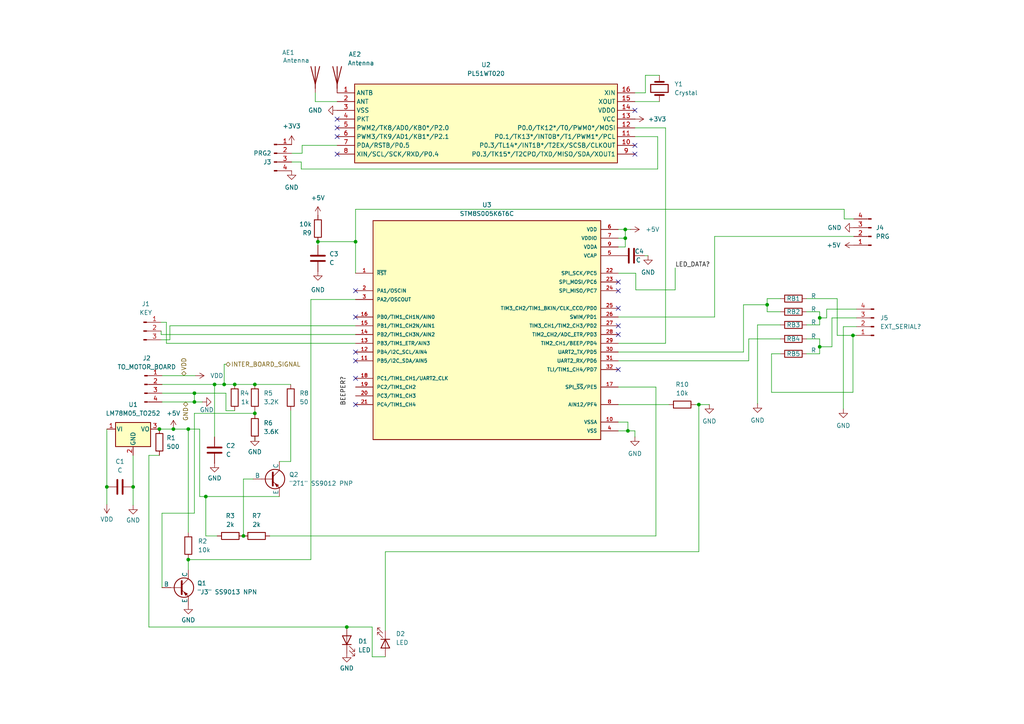
<source format=kicad_sch>
(kicad_sch (version 20231120) (generator "eeschema") (generator_version "8.0")
  (paper "A4")
  (lib_symbols
    (symbol "Connector:Conn_01x03_Pin" (pin_names (offset 1.016) hide)
      (property "Reference" "J" (at 0 5.08 0))
      (property "Value" "Conn_01x03_Pin" (at 0 -5.08 0))
      (symbol "Conn_01x03_Pin_1_1"
        (polyline (pts (xy 1.27 -2.54) (xy 0.8636 -2.54)) (stroke (width 0.1524)))
        (polyline (pts (xy 1.27 0) (xy 0.8636 0)) (stroke (width 0.1524)))
        (polyline (pts (xy 1.27 2.54) (xy 0.8636 2.54)) (stroke (width 0.1524)))
        (rectangle (start 0.8636 -2.413) (end 0 -2.667) (stroke (width 0.1524)) (fill (type outline)))
        (rectangle (start 0.8636 0.127) (end 0 -0.127) (stroke (width 0.1524)) (fill (type outline)))
        (rectangle (start 0.8636 2.667) (end 0 2.413) (stroke (width 0.1524)) (fill (type outline)))
        (pin passive line (at 5.08 2.54 180) (length 3.81) (name "Pin_1") (number "1"))
        (pin passive line (at 5.08 0 180) (length 3.81) (name "Pin_2") (number "2"))
        (pin passive line (at 5.08 -2.54 180) (length 3.81) (name "Pin_3") (number "3"))
      )
    )
    (symbol "Connector:Conn_01x04_Pin" (pin_names (offset 1.016) hide)
      (property "Reference" "J" (at 0 5.08 0))
      (property "Value" "Conn_01x04_Pin" (at 0 -7.62 0))
      (symbol "Conn_01x04_Pin_1_1"
        (polyline (pts (xy 1.27 -5.08) (xy 0.8636 -5.08)) (stroke (width 0.1524)))
        (polyline (pts (xy 1.27 -2.54) (xy 0.8636 -2.54)) (stroke (width 0.1524)))
        (polyline (pts (xy 1.27 0) (xy 0.8636 0)) (stroke (width 0.1524)))
        (polyline (pts (xy 1.27 2.54) (xy 0.8636 2.54)) (stroke (width 0.1524)))
        (rectangle (start 0.8636 -4.953) (end 0 -5.207) (stroke (width 0.1524)) (fill (type outline)))
        (rectangle (start 0.8636 -2.413) (end 0 -2.667) (stroke (width 0.1524)) (fill (type outline)))
        (rectangle (start 0.8636 0.127) (end 0 -0.127) (stroke (width 0.1524)) (fill (type outline)))
        (rectangle (start 0.8636 2.667) (end 0 2.413) (stroke (width 0.1524)) (fill (type outline)))
        (pin passive line (at 5.08 2.54 180) (length 3.81) (name "Pin_1") (number "1"))
        (pin passive line (at 5.08 0 180) (length 3.81) (name "Pin_2") (number "2"))
        (pin passive line (at 5.08 -2.54 180) (length 3.81) (name "Pin_3") (number "3"))
        (pin passive line (at 5.08 -5.08 180) (length 3.81) (name "Pin_4") (number "4"))
      )
    )
    (symbol "Device:Antenna" (pin_numbers hide) (pin_names (offset 1.016) hide)
      (property "Reference" "AE" (at -1.905 1.905 0))
      (property "Value" "Antenna" (at -1.905 0 0))
      (symbol "Antenna_0_1"
        (polyline (pts (xy 0 2.54) (xy 0 -3.81)) (stroke (width 0.254)))
        (polyline (pts (xy 1.27 2.54) (xy 0 -2.54) (xy -1.27 2.54)) (stroke (width 0.254)))
      )
      (symbol "Antenna_1_1"
        (pin input line (at 0 -5.08 90) (length 2.54) (name "A") (number "1"))
      )
    )
    (symbol "Device:C" (pin_numbers hide) (pin_names (offset 0.254))
      (property "Reference" "C" (at 0.635 2.54 0))
      (property "Value" "C" (at 0.635 -2.54 0))
      (symbol "C_0_1"
        (polyline (pts (xy -2.032 -0.762) (xy 2.032 -0.762)) (stroke (width 0.508)))
        (polyline (pts (xy -2.032 0.762) (xy 2.032 0.762)) (stroke (width 0.508)))
      )
      (symbol "C_1_1"
        (pin passive line (at 0 3.81 270) (length 2.794) (name "~") (number "1"))
        (pin passive line (at 0 -3.81 90) (length 2.794) (name "~") (number "2"))
      )
    )
    (symbol "Device:Crystal" (pin_numbers hide) (pin_names (offset 1.016) hide)
      (property "Reference" "Y" (at 0 3.81 0))
      (property "Value" "Crystal" (at 0 -3.81 0))
      (symbol "Crystal_0_1"
        (rectangle (start -1.143 2.54) (end 1.143 -2.54) (stroke (width 0.3048)))
        (polyline (pts (xy -2.54 0) (xy -1.905 0)))
        (polyline (pts (xy -1.905 -1.27) (xy -1.905 1.27)) (stroke (width 0.508)))
        (polyline (pts (xy 1.905 -1.27) (xy 1.905 1.27)) (stroke (width 0.508)))
        (polyline (pts (xy 2.54 0) (xy 1.905 0)))
      )
      (symbol "Crystal_1_1"
        (pin passive line (at -3.81 0 0) (length 1.27) (name "1") (number "1"))
        (pin passive line (at 3.81 0 180) (length 1.27) (name "2") (number "2"))
      )
    )
    (symbol "Device:LED" (pin_numbers hide) (pin_names (offset 1.016) hide)
      (property "Reference" "D" (at 0 2.54 0))
      (property "Value" "LED" (at 0 -2.54 0))
      (symbol "LED_0_1"
        (polyline (pts (xy -1.27 -1.27) (xy -1.27 1.27)) (stroke (width 0.254)))
        (polyline (pts (xy -1.27 0) (xy 1.27 0)))
        (polyline (pts (xy 1.27 -1.27) (xy 1.27 1.27) (xy -1.27 0) (xy 1.27 -1.27)) (stroke (width 0.254)))
        (polyline (pts (xy -3.048 -0.762) (xy -4.572 -2.286) (xy -3.81 -2.286) (xy -4.572 -2.286) (xy -4.572 -1.524)))
        (polyline (pts (xy -1.778 -0.762) (xy -3.302 -2.286) (xy -2.54 -2.286) (xy -3.302 -2.286) (xy -3.302 -1.524)))
      )
      (symbol "LED_1_1"
        (pin passive line (at -3.81 0 0) (length 2.54) (name "K") (number "1"))
        (pin passive line (at 3.81 0 180) (length 2.54) (name "A") (number "2"))
      )
    )
    (symbol "Device:R" (pin_numbers hide) (pin_names (offset 0))
      (property "Reference" "R" (at 2.032 0 90))
      (property "Value" "R" (at 0 0 90))
      (symbol "R_0_1"
        (rectangle (start -1.016 -2.54) (end 1.016 2.54) (stroke (width 0.254)))
      )
      (symbol "R_1_1"
        (pin passive line (at 0 3.81 270) (length 1.27) (name "~") (number "1"))
        (pin passive line (at 0 -3.81 90) (length 1.27) (name "~") (number "2"))
      )
    )
    (symbol "Regulator_Linear:LM78M05_TO252" (pin_names (offset 0.254))
      (property "Reference" "U" (at -3.81 3.175 0))
      (property "Value" "LM78M05_TO252" (at 0 3.175 0))
      (symbol "LM78M05_TO252_0_1"
        (rectangle (start -5.08 1.905) (end 5.08 -5.08) (stroke (width 0.254)) (fill (type background)))
      )
      (symbol "LM78M05_TO252_1_1"
        (pin power_in line (at -7.62 0 0) (length 2.54) (name "VI") (number "1"))
        (pin power_in line (at 0 -7.62 90) (length 2.54) (name "GND") (number "2"))
        (pin power_out line (at 7.62 0 180) (length 2.54) (name "VO") (number "3"))
      )
    )
    (symbol "Simulation_SPICE:PNP" (pin_numbers hide) (pin_names (offset 0))
      (property "Reference" "Q" (at -2.54 7.62 0))
      (property "Value" "PNP" (at -2.54 5.08 0))
      (symbol "PNP_0_1"
        (polyline (pts (xy -2.54 0) (xy 0.635 0)) (stroke (width 0.1524)))
        (polyline (pts (xy 0.635 0.635) (xy 2.54 2.54)))
        (polyline (pts (xy 0.635 -0.635) (xy 2.54 -2.54) (xy 2.54 -2.54)))
        (polyline (pts (xy 0.635 1.905) (xy 0.635 -1.905) (xy 0.635 -1.905)) (stroke (width 0.508)))
        (polyline (pts (xy 2.286 -1.778) (xy 1.778 -2.286) (xy 1.27 -1.27) (xy 2.286 -1.778) (xy 2.286 -1.778)) (fill (type outline)))
        (circle (center 1.27 0) (radius 2.8194) (stroke (width 0.254)))
      )
      (symbol "PNP_1_1"
        (pin open_collector line (at 2.54 5.08 270) (length 2.54) (name "C") (number "1"))
        (pin input line (at -5.08 0 0) (length 2.54) (name "B") (number "2"))
        (pin open_emitter line (at 2.54 -5.08 90) (length 2.54) (name "E") (number "3"))
      )
    )
    (symbol "pl51wt020:PL51WT020"
      (property "Reference" "U" (at 5.08 6.35 0))
      (property "Value" "PL51WT020" (at 5.08 3.81 0))
      (symbol "PL51WT020_1_1"
        (rectangle (start 5.08 2.54) (end 81.28 -20.32) (stroke (width 0.254)) (fill (type background)))
        (pin tri_state line (at 0 0 0) (length 5.08) (name "ANTB") (number "1"))
        (pin tri_state line (at 86.36 -15.24 180) (length 5.08) (name "P0.3/TL14*/INT1B*/T2EX/SCSB/CLKOUT") (number "10"))
        (pin tri_state line (at 86.36 -12.7 180) (length 5.08) (name "P0.1/TK13*/INT0B*/T1/PWM1*/PCL") (number "11"))
        (pin tri_state line (at 86.36 -10.16 180) (length 5.08) (name "P0.0/TK12*/T0/PWM0*/MOSI") (number "12"))
        (pin power_in line (at 86.36 -7.62 180) (length 5.08) (name "VCC") (number "13"))
        (pin power_out line (at 86.36 -5.08 180) (length 5.08) (name "VDDO") (number "14"))
        (pin input line (at 86.36 -2.54 180) (length 5.08) (name "XOUT") (number "15"))
        (pin input line (at 86.36 0 180) (length 5.08) (name "XIN") (number "16"))
        (pin tri_state line (at 0 -2.54 0) (length 5.08) (name "ANT") (number "2"))
        (pin power_in line (at 0 -5.08 0) (length 5.08) (name "VSS") (number "3"))
        (pin tri_state line (at 0 -7.62 0) (length 5.08) (name "PKT") (number "4"))
        (pin tri_state line (at 0 -10.16 0) (length 5.08) (name "PWM2/TK8/AD0/KB0*/P2.0") (number "5"))
        (pin tri_state line (at 0 -12.7 0) (length 5.08) (name "PWM3/TK9/AD1/KB1*/P2.1") (number "6"))
        (pin tri_state line (at 0 -15.24 0) (length 5.08) (name "PDA/RSTB/P0.5") (number "7"))
        (pin input line (at 0 -17.78 0) (length 5.08) (name "XIN/SCL/SCK/RXD/P0.4") (number "8"))
        (pin tri_state line (at 86.36 -17.78 180) (length 5.08) (name "P0.3/TK15*/T2CPO/TXD/MISO/SDA/XOUT1") (number "9"))
      )
    )
    (symbol "power:+3V3" (power) (pin_numbers hide) (pin_names (offset 0) hide)
      (property "Value" "+3V3" (at 0 3.556 0))
      (symbol "+3V3_0_1"
        (polyline (pts (xy -0.762 1.27) (xy 0 2.54)))
        (polyline (pts (xy 0 0) (xy 0 2.54)))
        (polyline (pts (xy 0 2.54) (xy 0.762 1.27)))
      )
      (symbol "+3V3_1_1"
        (pin power_in line (at 0 0 90) (length 0) (name "~") (number "1"))
      )
    )
    (symbol "power:+5V" (power) (pin_numbers hide) (pin_names (offset 0) hide)
      (property "Value" "+5V" (at 0 3.556 0))
      (symbol "+5V_0_1"
        (polyline (pts (xy -0.762 1.27) (xy 0 2.54)))
        (polyline (pts (xy 0 0) (xy 0 2.54)))
        (polyline (pts (xy 0 2.54) (xy 0.762 1.27)))
      )
      (symbol "+5V_1_1"
        (pin power_in line (at 0 0 90) (length 0) (name "~") (number "1"))
      )
    )
    (symbol "power:GND" (power) (pin_numbers hide) (pin_names (offset 0) hide)
      (property "Value" "GND" (at 0 -3.81 0))
      (symbol "GND_0_1"
        (polyline (pts (xy 0 0) (xy 0 -1.27) (xy 1.27 -1.27) (xy 0 -2.54) (xy -1.27 -1.27) (xy 0 -1.27)))
      )
      (symbol "GND_1_1"
        (pin power_in line (at 0 0 270) (length 0) (name "~") (number "1"))
      )
    )
    (symbol "power:VDD" (power) (pin_numbers hide) (pin_names (offset 0) hide)
      (property "Value" "VDD" (at 0 3.556 0))
      (symbol "VDD_0_1"
        (polyline (pts (xy -0.762 1.27) (xy 0 2.54)))
        (polyline (pts (xy 0 0) (xy 0 2.54)))
        (polyline (pts (xy 0 2.54) (xy 0.762 1.27)))
      )
      (symbol "VDD_1_1"
        (pin power_in line (at 0 0 90) (length 0) (name "~") (number "1"))
      )
    )
    (symbol "stm8005k6:STM8S005K6T6C" (pin_names (offset 1.016))
      (property "Reference" "U" (at -33.02 33.782 0))
      (property "Value" "STM8S005K6T6C" (at -33.02 -33.02 0))
      (symbol "STM8S005K6T6C_0_0"
        (rectangle (start -33.02 -30.48) (end 33.02 33.02) (stroke (width 0.254)) (fill (type background)))
        (pin bidirectional line (at -38.1 17.78 0) (length 5.08) (name "~{RST}") (number "1"))
        (pin power_in line (at 38.1 -25.4 180) (length 5.08) (name "VSSA") (number "10"))
        (pin bidirectional line (at -38.1 -7.62 0) (length 5.08) (name "PB5/I2C_SDA/AIN5") (number "11"))
        (pin bidirectional line (at -38.1 -5.08 0) (length 5.08) (name "PB4/I2C_SCL/AIN4") (number "12"))
        (pin bidirectional line (at -38.1 -2.54 0) (length 5.08) (name "PB3/TIM1_ETR/AIN3") (number "13"))
        (pin bidirectional line (at -38.1 0 0) (length 5.08) (name "PB2/TIM1_CH3N/AIN2") (number "14"))
        (pin bidirectional line (at -38.1 2.54 0) (length 5.08) (name "PB1/TIM1_CH2N/AIN1") (number "15"))
        (pin bidirectional line (at -38.1 5.08 0) (length 5.08) (name "PB0/TIM1_CH1N/AIN0") (number "16"))
        (pin bidirectional line (at 38.1 -15.24 180) (length 5.08) (name "SPI_~{SS}/PE5") (number "17"))
        (pin bidirectional line (at -38.1 -12.7 0) (length 5.08) (name "PC1/TIM1_CH1/UART2_CLK") (number "18"))
        (pin bidirectional line (at -38.1 -15.24 0) (length 5.08) (name "PC2/TIM1_CH2") (number "19"))
        (pin bidirectional line (at -38.1 12.7 0) (length 5.08) (name "PA1/OSCIN") (number "2"))
        (pin bidirectional line (at -38.1 -17.78 0) (length 5.08) (name "PC3/TIM1_CH3") (number "20"))
        (pin bidirectional line (at -38.1 -20.32 0) (length 5.08) (name "PC4/TIM1_CH4") (number "21"))
        (pin bidirectional line (at 38.1 17.78 180) (length 5.08) (name "SPI_SCK/PC5") (number "22"))
        (pin bidirectional line (at 38.1 15.24 180) (length 5.08) (name "SPI_MOSI/PC6") (number "23"))
        (pin bidirectional line (at 38.1 12.7 180) (length 5.08) (name "SPI_MISO/PC7") (number "24"))
        (pin bidirectional line (at 38.1 7.62 180) (length 5.08) (name "TIM3_CH2/TIM1_BKIN/CLK_CCO/PD0") (number "25"))
        (pin bidirectional line (at 38.1 5.08 180) (length 5.08) (name "SWIM/PD1") (number "26"))
        (pin bidirectional line (at 38.1 2.54 180) (length 5.08) (name "TIM3_CH1/TIM2_CH3/PD2") (number "27"))
        (pin bidirectional line (at 38.1 0 180) (length 5.08) (name "TIM2_CH2/ADC_ETR/PD3") (number "28"))
        (pin bidirectional line (at 38.1 -2.54 180) (length 5.08) (name "TIM2_CH1/BEEP/PD4") (number "29"))
        (pin bidirectional line (at -38.1 10.16 0) (length 5.08) (name "PA2/OSCOUT") (number "3"))
        (pin bidirectional line (at 38.1 -5.08 180) (length 5.08) (name "UART2_TX/PD5") (number "30"))
        (pin bidirectional line (at 38.1 -7.62 180) (length 5.08) (name "UART2_RX/PD6") (number "31"))
        (pin bidirectional line (at 38.1 -10.16 180) (length 5.08) (name "TLI/TIM1_CH4/PD7") (number "32"))
        (pin power_in line (at 38.1 -27.94 180) (length 5.08) (name "VSS") (number "4"))
        (pin power_in line (at 38.1 22.86 180) (length 5.08) (name "VCAP") (number "5"))
        (pin power_in line (at 38.1 30.48 180) (length 5.08) (name "VDD") (number "6"))
        (pin power_in line (at 38.1 27.94 180) (length 5.08) (name "VDDIO") (number "7"))
        (pin bidirectional line (at 38.1 -20.32 180) (length 5.08) (name "AIN12/PF4") (number "8"))
        (pin power_in line (at 38.1 25.4 180) (length 5.08) (name "VDDA") (number "9"))
      )
    )
  )
  (junction (at 73.914 119.888))
  (junction (at 38.608 141.224))
  (junction (at 30.988 141.224))
  (junction (at 181.356 66.548))
  (junction (at 92.202 70.104))
  (junction (at 247.396 97.282))
  (junction (at 56.388 116.586))
  (junction (at 56.388 114.046))
  (junction (at 46.228 124.46))
  (junction (at 103.124 70.104))
  (junction (at 73.914 111.506))
  (junction (at 65.024 111.506))
  (junction (at 54.61 124.46))
  (junction (at 50.292 124.46))
  (junction (at 59.69 144.018))
  (junction (at 182.118 124.968))
  (junction (at 70.612 155.448))
  (junction (at 202.692 117.348))
  (junction (at 68.072 111.506))
  (junction (at 237.744 92.202))
  (junction (at 237.744 100.584))
  (junction (at 181.356 69.088))
  (junction (at 54.61 162.306))
  (junction (at 222.504 88.392))
  (junction (at 100.584 181.864))
  (junction (at 62.23 111.506))
  (no_connect (at 179.324 84.328))
  (no_connect (at 97.79 37.084))
  (no_connect (at 179.324 97.028))
  (no_connect (at 103.124 91.948))
  (no_connect (at 97.79 34.544))
  (no_connect (at 103.124 109.728))
  (no_connect (at 103.124 84.328))
  (no_connect (at 103.124 117.348))
  (no_connect (at 179.324 89.408))
  (no_connect (at 97.79 44.704))
  (no_connect (at 97.79 39.624))
  (no_connect (at 179.324 107.188))
  (no_connect (at 184.15 42.164))
  (no_connect (at 103.124 102.108))
  (no_connect (at 184.15 32.004))
  (no_connect (at 179.324 94.488))
  (no_connect (at 103.124 104.648))
  (no_connect (at 179.324 81.788))
  (no_connect (at 184.15 44.704))
  (wire (pts (xy 201.676 117.348) (xy 202.692 117.348)))
  (wire (pts (xy 184.15 124.968) (xy 184.15 126.746)))
  (wire (pts (xy 237.744 92.202) (xy 237.744 90.424)))
  (wire (pts (xy 87.63 44.45) (xy 84.582 44.45)))
  (wire (pts (xy 48.26 93.472) (xy 46.736 93.472)))
  (wire (pts (xy 182.118 122.428) (xy 182.118 124.968)))
  (wire (pts (xy 46.99 116.586) (xy 56.388 116.586)))
  (wire (pts (xy 49.276 94.488) (xy 103.124 94.488)))
  (wire (pts (xy 179.324 99.568) (xy 193.04 99.568)))
  (wire (pts (xy 62.23 111.506) (xy 65.024 111.506)))
  (wire (pts (xy 184.15 37.084) (xy 193.04 37.084)))
  (wire (pts (xy 103.124 70.104) (xy 103.124 79.248)))
  (wire (pts (xy 92.202 71.12) (xy 92.202 70.104)))
  (wire (pts (xy 187.198 26.924) (xy 187.198 21.844)))
  (wire (pts (xy 215.646 88.392) (xy 215.646 102.108)))
  (wire (pts (xy 179.324 124.968) (xy 182.118 124.968)))
  (wire (pts (xy 190.246 155.448) (xy 190.246 112.268)))
  (wire (pts (xy 179.324 102.108) (xy 215.646 102.108)))
  (wire (pts (xy 242.824 97.282) (xy 242.824 86.614)))
  (wire (pts (xy 226.314 86.614) (xy 222.504 86.614)))
  (wire (pts (xy 87.63 42.164) (xy 97.79 42.164)))
  (wire (pts (xy 222.504 88.392) (xy 215.646 88.392)))
  (wire (pts (xy 49.276 94.488) (xy 49.276 98.552)))
  (wire (pts (xy 30.988 141.224) (xy 30.988 124.46)))
  (wire (pts (xy 241.3 100.584) (xy 241.3 92.202)))
  (wire (pts (xy 54.61 124.46) (xy 54.61 154.432)))
  (wire (pts (xy 54.61 162.052) (xy 54.61 162.306)))
  (wire (pts (xy 56.388 114.046) (xy 65.532 114.046)))
  (wire (pts (xy 222.504 90.424) (xy 226.314 90.424)))
  (wire (pts (xy 46.228 124.46) (xy 50.292 124.46)))
  (wire (pts (xy 222.504 88.392) (xy 222.504 90.424)))
  (wire (pts (xy 237.744 100.584) (xy 237.744 102.616)))
  (wire (pts (xy 73.914 127.762) (xy 73.914 126.746)))
  (wire (pts (xy 237.744 102.616) (xy 233.934 102.616)))
  (wire (pts (xy 226.314 102.616) (xy 223.774 102.616)))
  (wire (pts (xy 59.69 144.018) (xy 81.026 144.018)))
  (wire (pts (xy 184.15 39.624) (xy 190.754 39.624)))
  (wire (pts (xy 179.324 79.248) (xy 184.404 79.248)))
  (wire (pts (xy 103.124 99.568) (xy 48.26 99.568)))
  (wire (pts (xy 226.314 94.234) (xy 219.71 94.234)))
  (wire (pts (xy 38.608 146.558) (xy 38.608 141.224)))
  (wire (pts (xy 73.406 138.938) (xy 70.612 138.938)))
  (wire (pts (xy 181.356 71.628) (xy 181.356 69.088)))
  (wire (pts (xy 202.692 117.348) (xy 202.692 160.02)))
  (wire (pts (xy 181.356 66.548) (xy 179.324 66.548)))
  (wire (pts (xy 179.324 69.088) (xy 181.356 69.088)))
  (wire (pts (xy 68.072 111.506) (xy 73.914 111.506)))
  (wire (pts (xy 207.264 91.948) (xy 207.264 68.58)))
  (wire (pts (xy 56.388 148.844) (xy 56.388 119.888)))
  (wire (pts (xy 182.88 66.548) (xy 181.356 66.548)))
  (wire (pts (xy 247.396 113.792) (xy 247.396 97.282)))
  (wire (pts (xy 65.024 111.506) (xy 68.072 111.506)))
  (wire (pts (xy 184.15 29.464) (xy 191.262 29.464)))
  (wire (pts (xy 90.17 162.306) (xy 54.61 162.306)))
  (wire (pts (xy 233.934 98.298) (xy 237.744 98.298)))
  (wire (pts (xy 217.17 104.648) (xy 217.17 98.298)))
  (wire (pts (xy 62.23 111.506) (xy 62.23 126.746)))
  (wire (pts (xy 202.692 117.348) (xy 205.74 117.348)))
  (wire (pts (xy 65.532 114.046) (xy 65.532 119.126)))
  (wire (pts (xy 239.776 92.202) (xy 239.776 89.662)))
  (wire (pts (xy 59.69 155.448) (xy 62.992 155.448)))
  (wire (pts (xy 237.744 98.298) (xy 237.744 100.584)))
  (wire (pts (xy 43.18 181.864) (xy 43.18 132.08)))
  (wire (pts (xy 57.912 144.018) (xy 59.69 144.018)))
  (wire (pts (xy 30.988 146.304) (xy 30.988 141.224)))
  (wire (pts (xy 184.404 79.248) (xy 184.404 84.074)))
  (wire (pts (xy 46.99 148.844) (xy 56.388 148.844)))
  (wire (pts (xy 46.736 97.028) (xy 46.736 96.012)))
  (wire (pts (xy 90.17 86.868) (xy 103.124 86.868)))
  (wire (pts (xy 84.328 133.858) (xy 81.026 133.858)))
  (wire (pts (xy 46.99 170.434) (xy 46.99 148.844)))
  (wire (pts (xy 195.834 77.724) (xy 195.834 84.074)))
  (wire (pts (xy 57.912 124.46) (xy 57.912 144.018)))
  (wire (pts (xy 87.376 49.022) (xy 87.376 46.99)))
  (wire (pts (xy 190.246 112.268) (xy 179.324 112.268)))
  (wire (pts (xy 46.99 111.506) (xy 62.23 111.506)))
  (wire (pts (xy 179.324 91.948) (xy 207.264 91.948)))
  (wire (pts (xy 38.608 141.224) (xy 38.608 132.08)))
  (wire (pts (xy 73.914 119.888) (xy 73.914 119.126)))
  (wire (pts (xy 65.024 111.506) (xy 65.024 105.664)))
  (wire (pts (xy 54.61 162.306) (xy 54.61 165.354)))
  (wire (pts (xy 59.69 144.018) (xy 59.69 155.448)))
  (wire (pts (xy 193.04 99.568) (xy 193.04 37.084)))
  (wire (pts (xy 244.602 118.618) (xy 244.602 94.742)))
  (wire (pts (xy 78.232 155.448) (xy 190.246 155.448)))
  (wire (pts (xy 107.95 181.864) (xy 107.95 190.5)))
  (wire (pts (xy 65.532 119.126) (xy 68.072 119.126)))
  (wire (pts (xy 182.118 124.968) (xy 184.15 124.968)))
  (wire (pts (xy 70.612 138.938) (xy 70.612 155.448)))
  (wire (pts (xy 91.44 29.464) (xy 91.44 26.924)))
  (wire (pts (xy 237.744 94.234) (xy 237.744 92.202)))
  (wire (pts (xy 73.914 120.142) (xy 73.914 119.888)))
  (wire (pts (xy 103.124 60.706) (xy 103.124 70.104)))
  (wire (pts (xy 219.71 94.234) (xy 219.71 117.094)))
  (wire (pts (xy 187.198 21.844) (xy 191.262 21.844)))
  (wire (pts (xy 87.376 46.99) (xy 84.582 46.99)))
  (wire (pts (xy 184.15 26.924) (xy 187.198 26.924)))
  (wire (pts (xy 84.328 119.126) (xy 84.328 133.858)))
  (wire (pts (xy 223.774 102.616) (xy 223.774 113.792)))
  (wire (pts (xy 244.856 63.5) (xy 247.65 63.5)))
  (wire (pts (xy 87.376 49.022) (xy 190.754 49.022)))
  (wire (pts (xy 87.63 42.164) (xy 87.63 44.45)))
  (wire (pts (xy 190.754 39.624) (xy 190.754 49.022)))
  (wire (pts (xy 111.76 160.02) (xy 202.692 160.02)))
  (wire (pts (xy 207.264 68.58) (xy 247.65 68.58)))
  (wire (pts (xy 244.856 60.706) (xy 244.856 63.5)))
  (wire (pts (xy 179.324 71.628) (xy 181.356 71.628)))
  (wire (pts (xy 100.584 181.864) (xy 43.18 181.864)))
  (wire (pts (xy 223.774 113.792) (xy 247.396 113.792)))
  (wire (pts (xy 103.124 97.028) (xy 46.736 97.028)))
  (wire (pts (xy 179.324 117.348) (xy 194.056 117.348)))
  (wire (pts (xy 97.79 29.464) (xy 91.44 29.464)))
  (wire (pts (xy 111.76 182.88) (xy 111.76 160.02)))
  (wire (pts (xy 237.744 90.424) (xy 233.934 90.424)))
  (wire (pts (xy 43.18 132.08) (xy 46.228 132.08)))
  (wire (pts (xy 56.388 114.046) (xy 56.388 116.586)))
  (wire (pts (xy 241.3 92.202) (xy 248.412 92.202)))
  (wire (pts (xy 217.17 98.298) (xy 226.314 98.298)))
  (wire (pts (xy 92.202 70.104) (xy 103.124 70.104)))
  (wire (pts (xy 56.388 116.586) (xy 58.674 116.586)))
  (wire (pts (xy 248.412 97.282) (xy 247.396 97.282)))
  (wire (pts (xy 233.934 94.234) (xy 237.744 94.234)))
  (wire (pts (xy 179.324 104.648) (xy 217.17 104.648)))
  (wire (pts (xy 65.024 105.664) (xy 65.532 105.664)))
  (wire (pts (xy 247.396 97.282) (xy 242.824 97.282)))
  (wire (pts (xy 46.99 114.046) (xy 56.388 114.046)))
  (wire (pts (xy 244.602 94.742) (xy 248.412 94.742)))
  (wire (pts (xy 49.276 98.552) (xy 46.736 98.552)))
  (wire (pts (xy 179.324 122.428) (xy 182.118 122.428)))
  (wire (pts (xy 186.944 74.168) (xy 187.96 74.168)))
  (wire (pts (xy 73.914 111.506) (xy 84.328 111.506)))
  (wire (pts (xy 90.17 86.868) (xy 90.17 162.306)))
  (wire (pts (xy 107.95 190.5) (xy 111.76 190.5)))
  (wire (pts (xy 56.388 119.888) (xy 73.914 119.888)))
  (wire (pts (xy 237.744 100.584) (xy 241.3 100.584)))
  (wire (pts (xy 100.584 181.864) (xy 107.95 181.864)))
  (wire (pts (xy 184.404 84.074) (xy 195.834 84.074)))
  (wire (pts (xy 181.356 69.088) (xy 181.356 66.548)))
  (wire (pts (xy 54.61 124.46) (xy 57.912 124.46)))
  (wire (pts (xy 48.26 99.568) (xy 48.26 93.472)))
  (wire (pts (xy 103.124 60.706) (xy 244.856 60.706)))
  (wire (pts (xy 46.99 108.966) (xy 56.642 108.966)))
  (wire (pts (xy 239.776 89.662) (xy 248.412 89.662)))
  (wire (pts (xy 50.292 124.46) (xy 54.61 124.46)))
  (wire (pts (xy 222.504 86.614) (xy 222.504 88.392)))
  (wire (pts (xy 237.744 92.202) (xy 239.776 92.202)))
  (wire (pts (xy 242.824 86.614) (xy 233.934 86.614)))
  (label "LED_DATA?" (at 195.834 77.724 0))
  (label "BEEPER?" (at 100.584 117.602 90))
  (hierarchical_label "INTER_BOARD_SIGNAL" (shape bidirectional) (at 65.532 105.664 0))
  (hierarchical_label "GND" (shape bidirectional) (at 53.848 116.586 270))
  (hierarchical_label "VDD" (shape bidirectional) (at 53.34 108.966 90))
  (symbol (lib_id "power:GND") (at 84.582 49.53 0) (unit 1)
    (property "Reference" "#PWR010" (effects (hide yes)))
    (property "Value" "GND" (at 84.582 54.356 0))
    (property "Description" "Power symbol creates a global label with name \"GND\" , ground" (effects (hide yes)))
  )
  (symbol (lib_id "Device:LED") (at 111.76 186.69 270) (unit 1)
    (property "Reference" "D2" (at 114.808 183.8324 90) (effects (justify left)))
    (property "Value" "LED" (at 114.808 186.3724 90) (effects (justify left)))
    (property "Description" "Light emitting diode" (effects (hide yes)))
  )
  (symbol (lib_id "Device:C") (at 62.23 130.556 180) (unit 1)
    (property "Reference" "C2" (at 65.532 129.2859 0) (effects (justify right)))
    (property "Value" "C" (at 65.532 131.8259 0) (effects (justify right)))
    (property "Description" "Unpolarized capacitor" (effects (hide yes)))
  )
  (symbol (lib_id "power:GND") (at 58.674 116.586 90) (unit 1)
    (property "Reference" "#PWR06" (effects (hide yes)))
    (property "Value" "GND" (at 57.912 118.872 90) (effects (justify right)))
    (property "Description" "Power symbol creates a global label with name \"GND\" , ground" (effects (hide yes)))
  )
  (symbol (lib_id "power:GND") (at 219.71 117.094 0) (unit 1)
    (property "Reference" "#PWR020" (effects (hide yes)))
    (property "Value" "GND" (at 219.71 121.92 0))
    (property "Description" "Power symbol creates a global label with name \"GND\" , ground" (effects (hide yes)))
  )
  (symbol (lib_id "Device:R") (at 54.61 158.242 0) (unit 1)
    (property "Reference" "R2" (at 57.404 156.9719 0) (effects (justify left)))
    (property "Value" "10k" (at 57.404 159.5119 0) (effects (justify left)))
    (property "Description" "Resistor" (effects (hide yes)))
  )
  (symbol (lib_id "power:+5V") (at 247.65 71.12 90) (unit 1)
    (property "Reference" "#PWR023" (effects (hide yes)))
    (property "Value" "+5V" (at 243.84 71.1199 90) (effects (justify left)))
    (property "Description" "Power symbol creates a global label with name \"+5V\"" (effects (hide yes)))
  )
  (symbol (lib_id "Connector:Conn_01x04_Pin") (at 41.91 111.506 0) (unit 1)
    (property "Reference" "J2" (at 42.545 103.886 0))
    (property "Value" "TO_MOTOR_BOARD" (at 42.545 106.426 0))
    (property "Description" "Generic connector, single row, 01x04, script generated" (effects (hide yes)))
  )
  (symbol (lib_id "power:GND") (at 97.79 32.004 270) (unit 1)
    (property "Reference" "#PWR013" (effects (hide yes)))
    (property "Value" "GND" (at 93.472 32.0039 90) (effects (justify right)))
    (property "Description" "Power symbol creates a global label with name \"GND\" , ground" (effects (hide yes)))
  )
  (symbol (lib_id "Regulator_Linear:LM78M05_TO252") (at 38.608 124.46 0) (unit 1)
    (property "Reference" "U1" (at 38.608 117.348 0))
    (property "Value" "LM78M05_TO252" (at 38.608 119.888 0))
    (property "Footprint" "Package_TO_SOT_SMD:TO-252-2" (effects (hide yes)))
    (property "Datasheet" "https://www.onsemi.com/pub/Collateral/MC78M00-D.PDF" (effects (hide yes)))
    (property "Description" "Positive 500mA 35V Linear Regulator, Fixed Output 5V, TO-252 (D-PAK)" (effects (hide yes)))
  )
  (symbol (lib_id "Device:R") (at 66.802 155.448 90) (unit 1)
    (property "Reference" "R3" (at 66.802 149.606 90))
    (property "Value" "2k" (at 66.802 152.146 90))
    (property "Description" "Resistor" (effects (hide yes)))
  )
  (symbol (lib_id "Device:R") (at 74.422 155.448 90) (unit 1)
    (property "Reference" "R7" (at 74.422 149.606 90))
    (property "Value" "2k" (at 74.422 152.146 90))
    (property "Description" "Resistor" (effects (hide yes)))
  )
  (symbol (lib_id "power:GND") (at 244.602 118.618 0) (unit 1)
    (property "Reference" "#PWR021" (effects (hide yes)))
    (property "Value" "GND" (at 244.602 123.444 0))
    (property "Description" "Power symbol creates a global label with name \"GND\" , ground" (effects (hide yes)))
  )
  (symbol (lib_id "power:+5V") (at 182.88 66.548 270) (unit 1)
    (property "Reference" "#PWR015" (effects (hide yes)))
    (property "Value" "+5V" (at 187.198 66.5479 90) (effects (justify left)))
    (property "Description" "Power symbol creates a global label with name \"+5V\"" (effects (hide yes)))
  )
  (symbol (lib_id "Simulation_SPICE:PNP") (at 78.486 138.938 0) (unit 1)
    (property "Reference" "Q2" (at 83.82 137.6679 0) (effects (justify left)))
    (property "Value" "\"2T1\" SS9012 PNP" (at 83.82 140.2079 0) (effects (justify left)))
    (property "Datasheet" "https://ngspice.sourceforge.io/docs/ngspice-html-manual/manual.xhtml#cha_BJTs" (effects (hide yes)))
    (property "Description" "Bipolar transistor symbol for simulation only, substrate tied to the emitter" (effects (hide yes)))
    (property "Sim.Device" "PNP" (effects (hide yes)))
    (property "Sim.Type" "GUMMELPOON" (effects (hide yes)))
    (property "Sim.Pins" "1=C 2=B 3=E" (effects (hide yes)))
  )
  (symbol (lib_id "Device:C") (at 92.202 74.93 0) (unit 1)
    (property "Reference" "C3" (at 95.504 73.6599 0) (effects (justify left)))
    (property "Value" "C" (at 95.504 76.1999 0) (effects (justify left)))
    (property "Description" "Unpolarized capacitor" (effects (hide yes)))
  )
  (symbol (lib_id "Device:C") (at 183.134 74.168 90) (unit 1)
    (property "Reference" "C4" (at 185.42 72.898 90))
    (property "Value" "C" (at 185.166 75.438 90))
    (property "Description" "Unpolarized capacitor" (effects (hide yes)))
  )
  (symbol (lib_id "Device:R") (at 230.124 86.614 90) (unit 1)
    (property "Reference" "RB1" (at 230.124 86.614 90))
    (property "Value" "R" (at 235.966 85.852 90))
    (property "Description" "Resistor" (effects (hide yes)))
  )
  (symbol (lib_id "Connector:Conn_01x04_Pin") (at 252.73 68.58 180) (unit 1)
    (property "Reference" "J4" (at 254 66.0399 0) (effects (justify right)))
    (property "Value" "PRG" (at 254 68.5799 0) (effects (justify right)))
    (property "Description" "Generic connector, single row, 01x04, script generated" (effects (hide yes)))
  )
  (symbol (lib_id "Connector:Conn_01x04_Pin") (at 79.502 44.45 0) (unit 1)
    (property "Reference" "J3" (at 78.74 46.9901 0) (effects (justify right)))
    (property "Value" "PRG2" (at 78.74 44.4501 0) (effects (justify right)))
    (property "Description" "Generic connector, single row, 01x04, script generated" (effects (hide yes)))
  )
  (symbol (lib_id "Device:R") (at 68.072 115.316 0) (unit 1)
    (property "Reference" "R4" (at 69.596 114.046 0) (effects (justify left)))
    (property "Value" "1k" (at 69.85 116.586 0) (effects (justify left)))
    (property "Description" "Resistor" (effects (hide yes)))
  )
  (symbol (lib_id "power:GND") (at 247.65 66.04 270) (unit 1)
    (property "Reference" "#PWR022" (effects (hide yes)))
    (property "Value" "GND" (at 244.094 66.0399 90) (effects (justify right)))
    (property "Description" "Power symbol creates a global label with name \"GND\" , ground" (effects (hide yes)))
  )
  (symbol (lib_id "Device:Antenna") (at 97.79 21.844 0) (unit 1)
    (property "Reference" "AE2" (at 101.092 15.748 0) (effects (justify left)))
    (property "Value" "Antenna" (at 100.838 18.288 0) (effects (justify left)))
    (property "Description" "Antenna" (effects (hide yes)))
  )
  (symbol (lib_id "power:VDD") (at 30.988 146.304 180) (unit 1)
    (property "Reference" "#PWR01" (effects (hide yes)))
    (property "Value" "VDD" (at 30.988 150.622 0))
    (property "Description" "Power symbol creates a global label with name \"VDD\"" (effects (hide yes)))
  )
  (symbol (lib_id "Device:R") (at 46.228 128.27 0) (unit 1)
    (property "Reference" "R1" (at 48.26 126.9999 0) (effects (justify left)))
    (property "Value" "500" (at 48.26 129.5399 0) (effects (justify left)))
    (property "Description" "Resistor" (effects (hide yes)))
  )
  (symbol (lib_id "Device:R") (at 230.124 102.616 90) (unit 1)
    (property "Reference" "RB5" (at 230.124 102.616 90))
    (property "Value" "R" (at 235.966 101.6 90))
    (property "Description" "Resistor" (effects (hide yes)))
  )
  (symbol (lib_id "power:GND") (at 92.202 78.74 0) (unit 1)
    (property "Reference" "#PWR012" (effects (hide yes)))
    (property "Value" "GND" (at 92.202 84.074 0))
    (property "Description" "Power symbol creates a global label with name \"GND\" , ground" (effects (hide yes)))
  )
  (symbol (lib_id "power:+5V") (at 92.202 62.484 0) (unit 1)
    (property "Reference" "#PWR011" (effects (hide yes)))
    (property "Value" "+5V" (at 92.202 57.404 0))
    (property "Description" "Power symbol creates a global label with name \"+5V\"" (effects (hide yes)))
  )
  (symbol (lib_id "Device:R") (at 230.124 90.424 90) (unit 1)
    (property "Reference" "RB2" (at 230.124 90.424 90))
    (property "Value" "R" (at 235.966 89.662 90))
    (property "Description" "Resistor" (effects (hide yes)))
  )
  (symbol (lib_id "Device:Crystal") (at 191.262 25.654 90) (unit 1)
    (property "Reference" "Y1" (at 195.58 24.3839 90) (effects (justify right)))
    (property "Value" "Crystal" (at 195.58 26.9239 90) (effects (justify right)))
    (property "Description" "Two pin crystal" (effects (hide yes)))
  )
  (symbol (lib_id "Connector:Conn_01x04_Pin") (at 253.492 94.742 180) (unit 1)
    (property "Reference" "J5" (at 255.27 92.2019 0) (effects (justify right)))
    (property "Value" "EXT_SERIAL?" (at 255.27 94.7419 0) (effects (justify right)))
    (property "Description" "Generic connector, single row, 01x04, script generated" (effects (hide yes)))
  )
  (symbol (lib_id "Device:R") (at 73.914 115.316 0) (unit 1)
    (property "Reference" "R5" (at 76.454 114.0459 0) (effects (justify left)))
    (property "Value" "3.2K" (at 76.454 116.5859 0) (effects (justify left)))
    (property "Description" "Resistor" (effects (hide yes)))
  )
  (symbol (lib_id "power:GND") (at 205.74 117.348 0) (unit 1)
    (property "Reference" "#PWR019" (effects (hide yes)))
    (property "Value" "GND" (at 205.74 122.174 0))
    (property "Description" "Power symbol creates a global label with name \"GND\" , ground" (effects (hide yes)))
  )
  (symbol (lib_id "pl51wt020:PL51WT020") (at 97.79 26.924 0) (unit 1)
    (property "Reference" "U2" (at 140.97 18.796 0))
    (property "Value" "PL51WT020" (at 140.97 21.336 0))
  )
  (symbol (lib_id "Device:R") (at 197.866 117.348 90) (unit 1)
    (property "Reference" "R10" (at 197.866 111.506 90))
    (property "Value" "10k" (at 197.866 114.046 90))
    (property "Description" "Resistor" (effects (hide yes)))
  )
  (symbol (lib_id "Device:R") (at 230.124 98.298 90) (unit 1)
    (property "Reference" "RB4" (at 230.124 98.298 90))
    (property "Value" "R" (at 235.966 97.536 90))
    (property "Description" "Resistor" (effects (hide yes)))
  )
  (symbol (lib_id "power:GND") (at 187.96 74.168 0) (unit 1)
    (property "Reference" "#PWR018" (effects (hide yes)))
    (property "Value" "GND" (at 187.96 78.994 0))
    (property "Description" "Power symbol creates a global label with name \"GND\" , ground" (effects (hide yes)))
  )
  (symbol (lib_id "power:+3V3") (at 84.582 41.91 0) (unit 1)
    (property "Reference" "#PWR09" (effects (hide yes)))
    (property "Value" "+3V3" (at 84.582 36.576 0))
    (property "Description" "Power symbol creates a global label with name \"+3V3\"" (effects (hide yes)))
  )
  (symbol (lib_id "Device:R") (at 230.124 94.234 90) (unit 1)
    (property "Reference" "RB3" (at 230.124 94.234 90))
    (property "Value" "R" (at 235.966 93.472 90))
    (property "Description" "Resistor" (effects (hide yes)))
  )
  (symbol (lib_id "stm8005k6:STM8S005K6T6C") (at 141.224 97.028 0) (unit 1)
    (property "Reference" "U3" (at 141.224 59.436 0))
    (property "Value" "STM8S005K6T6C" (at 141.224 61.976 0))
    (property "Footprint" "STM8S005K6T6C:QFP80P900X900X160-32N" (effects (hide yes)))
    (property "MF" "STMicroelectronics" (effects (hide yes)))
    (property "MAXIMUM_PACKAGE_HEIGHT" "1.6mm" (effects (hide yes)))
    (property "Package" "LQFP-32 STMicroelectronics" (effects (hide yes)))
    (property "Price" "None" (effects (hide yes)))
    (property "Check_prices" "https://www.snapeda.com/parts/STM8S005K6T6C/STMicroelectronics/view-part/?ref=eda" (effects (hide yes)))
    (property "STANDARD" "IPC-7351B" (effects (hide yes)))
    (property "PARTREV" "5" (effects (hide yes)))
    (property "SnapEDA_Link" "https://www.snapeda.com/parts/STM8S005K6T6C/STMicroelectronics/view-part/?ref=snap" (effects (hide yes)))
    (property "MP" "STM8S005K6T6C" (effects (hide yes)))
    (property "Description_1" "\nSTM8A series Microcontroller IC 8-Bit 16MHz 32KB (32K x 8) FLASH 32-LQFP (7x7)\n" (effects (hide yes)))
    (property "Availability" "In Stock" (effects (hide yes)))
    (property "MANUFACTURER" "STMicroelectronics" (effects (hide yes)))
  )
  (symbol (lib_id "Device:R") (at 84.328 115.316 0) (unit 1)
    (property "Reference" "R8" (at 86.868 114.0459 0) (effects (justify left)))
    (property "Value" "50" (at 86.868 116.5859 0) (effects (justify left)))
    (property "Description" "Resistor" (effects (hide yes)))
  )
  (symbol (lib_id "Device:R") (at 73.914 123.952 0) (unit 1)
    (property "Reference" "R6" (at 76.454 122.6819 0) (effects (justify left)))
    (property "Value" "3.6K" (at 76.454 125.2219 0) (effects (justify left)))
    (property "Description" "Resistor" (effects (hide yes)))
  )
  (symbol (lib_id "Device:R") (at 92.202 66.294 180) (unit 1)
    (property "Reference" "R9" (at 90.424 67.5641 0) (effects (justify left)))
    (property "Value" "10k" (at 90.424 65.0241 0) (effects (justify left)))
    (property "Description" "Resistor" (effects (hide yes)))
  )
  (symbol (lib_id "Device:LED") (at 100.584 185.674 90) (unit 1)
    (property "Reference" "D1" (at 103.886 185.9914 90) (effects (justify right)))
    (property "Value" "LED" (at 103.886 188.5314 90) (effects (justify right)))
    (property "Description" "Light emitting diode" (effects (hide yes)))
  )
  (symbol (lib_id "Device:Antenna") (at 91.44 21.844 0) (unit 1)
    (property "Reference" "AE1" (at 81.788 15.24 0) (effects (justify left)))
    (property "Value" "Antenna" (at 82.042 17.526 0) (effects (justify left)))
    (property "Description" "Antenna" (effects (hide yes)))
  )
  (symbol (lib_id "power:GND") (at 54.61 175.514 0) (unit 1)
    (property "Reference" "#PWR05" (effects (hide yes)))
    (property "Value" "GND" (at 54.61 179.832 0))
    (property "Description" "Power symbol creates a global label with name \"GND\" , ground" (effects (hide yes)))
  )
  (symbol (lib_id "power:GND") (at 62.23 134.366 0) (unit 1)
    (property "Reference" "#PWR07" (effects (hide yes)))
    (property "Value" "GND" (at 62.23 138.684 0))
    (property "Description" "Power symbol creates a global label with name \"GND\" , ground" (effects (hide yes)))
  )
  (symbol (lib_id "Simulation_SPICE:PNP") (at 52.07 170.434 0) (unit 1)
    (property "Reference" "Q1" (at 57.15 169.1639 0) (effects (justify left)))
    (property "Value" "\"J3\" SS9013 NPN" (at 57.15 171.7039 0) (effects (justify left)))
    (property "Datasheet" "https://ngspice.sourceforge.io/docs/ngspice-html-manual/manual.xhtml#cha_BJTs" (effects (hide yes)))
    (property "Description" "Bipolar transistor symbol for simulation only, substrate tied to the emitter" (effects (hide yes)))
    (property "Sim.Device" "PNP" (effects (hide yes)))
    (property "Sim.Type" "GUMMELPOON" (effects (hide yes)))
    (property "Sim.Pins" "1=C 2=B 3=E" (effects (hide yes)))
  )
  (symbol (lib_id "power:GND") (at 100.584 189.484 0) (unit 1)
    (property "Reference" "#PWR014" (effects (hide yes)))
    (property "Value" "GND" (at 100.584 193.802 0))
    (property "Description" "Power symbol creates a global label with name \"GND\" , ground" (effects (hide yes)))
  )
  (symbol (lib_id "Connector:Conn_01x03_Pin") (at 41.656 96.012 0) (unit 1)
    (property "Reference" "J1" (at 42.291 88.138 0))
    (property "Value" "KEY" (at 42.291 90.678 0))
    (property "Description" "Generic connector, single row, 01x03, script generated" (effects (hide yes)))
  )
  (symbol (lib_id "power:GND") (at 184.15 126.746 0) (unit 1)
    (property "Reference" "#PWR017" (effects (hide yes)))
    (property "Value" "GND" (at 184.15 131.572 0))
    (property "Description" "Power symbol creates a global label with name \"GND\" , ground" (effects (hide yes)))
  )
  (symbol (lib_id "Device:C") (at 34.798 141.224 90) (unit 1)
    (property "Reference" "C1" (at 34.798 133.858 90))
    (property "Value" "C" (at 34.798 136.398 90))
    (property "Description" "Unpolarized capacitor" (effects (hide yes)))
  )
  (symbol (lib_id "power:+3V3") (at 184.15 34.544 270) (unit 1)
    (property "Reference" "#PWR016" (effects (hide yes)))
    (property "Value" "+3V3" (at 187.96 34.5439 90) (effects (justify left)))
    (property "Description" "Power symbol creates a global label with name \"+3V3\"" (effects (hide yes)))
  )
  (symbol (lib_id "power:GND") (at 38.608 146.558 0) (unit 1)
    (property "Reference" "#PWR02" (effects (hide yes)))
    (property "Value" "GND" (at 38.608 150.876 0))
    (property "Description" "Power symbol creates a global label with name \"GND\" , ground" (effects (hide yes)))
  )
  (symbol (lib_id "power:+5V") (at 50.292 124.46 0) (unit 1)
    (property "Reference" "#PWR03" (effects (hide yes)))
    (property "Value" "+5V" (at 50.292 119.888 0))
    (property "Description" "Power symbol creates a global label with name \"+5V\"" (effects (hide yes)))
  )
  (symbol (lib_id "power:GND") (at 73.914 126.746 0) (unit 1)
    (property "Reference" "#PWR08" (effects (hide yes)))
    (property "Value" "GND" (at 73.914 131.064 0))
    (property "Description" "Power symbol creates a global label with name \"GND\" , ground" (effects (hide yes)))
  )
  (symbol (lib_id "power:VDD") (at 56.642 108.966 270) (unit 1)
    (property "Reference" "#PWR04" (effects (hide yes)))
    (property "Value" "VDD" (at 60.96 108.9659 90) (effects (justify left)))
    (property "Description" "Power symbol creates a global label with name \"VDD\"" (effects (hide yes)))
  )
)
</source>
